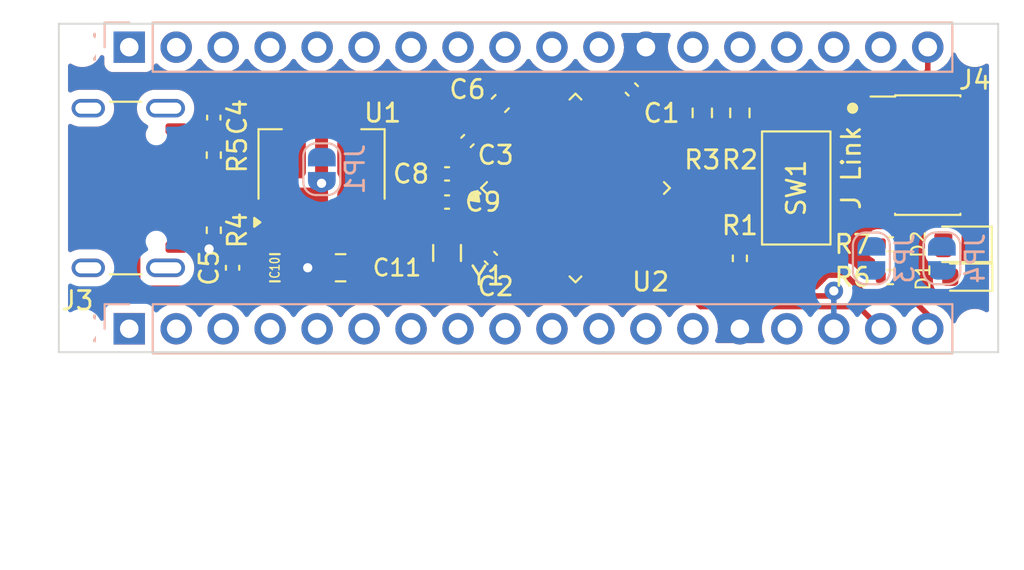
<source format=kicad_pcb>
(kicad_pcb (version 20240108) (generator "pcbnew") (generator_version "8.0")
  (title_block (date "sam. 04 avril 2015"))
  (layers (0 "F.Cu" signal) (31 "B.Cu" signal) (34 "B.Paste" user) (35 "F.Paste" user) (36 "B.SilkS" user "B.Silkscreen") (37 "F.SilkS" user "F.Silkscreen") (38 "B.Mask" user) (39 "F.Mask" user) (44 "Edge.Cuts" user))
  (net 0 "")
  (net 1 "GND")
  (net 2 "+5V")
  (net 3 "+3V3")
  (net 4 "+3.3V")
  (net 5 "Net-(U2-VDDCORE)")
  (net 6 "XIN")
  (net 7 "XOUT")
  (net 8 "Net-(D1-A)")
  (net 9 "Net-(D2-A)")
  (net 10 "A5")
  (net 11 "SCK")
  (net 12 "A7")
  (net 13 "MISO")
  (net 14 "A0")
  (net 15 "A4")
  (net 16 "RST")
  (net 17 "AREF")
  (net 18 "A3")
  (net 19 "MOSI")
  (net 20 "A1")
  (net 21 "A2")
  (net 22 "D13")
  (net 23 "A6")
  (net 24 "D3")
  (net 25 "D7")
  (net 26 "D6")
  (net 27 "D8")
  (net 28 "D10")
  (net 29 "SCL")
  (net 30 "D5")
  (net 31 "CS")
  (net 32 "D12")
  (net 33 "DO")
  (net 34 "D1")
  (net 35 "D11")
  (net 36 "D2")
  (net 37 "SDA")
  (net 38 "D9")
  (net 39 "D4")
  (net 41 "D+")
  (net 42 "Net-(J3-CC2)")
  (net 43 "D-")
  (net 44 "Net-(J3-CC1)")
  (net 48 "SWDIO")
  (net 49 "SWCLK")
  (net 53 "13")
  (net 54 "Net-(JP3-A)")
  (net 55 "Net-(JP4-A)")
  (net 61 "D0")
  (net 63 "Net-(JP1-A)")
  (footprint "Resistor_SMD:R_0402_1005Metric" (layer "F.Cu") (at 108.382 89.332 -90)
    (property "Reference" "R5" (at 0 -1.27 90) (layer "F.SilkS"))
    (property "Value" "5.1 K")
    (fp_line (start -0.153641 0.38) (end 0.153641 0.38) (stroke (width 0.12)) (layer "F.SilkS"))
    (fp_line (start -0.153641 -0.38) (end 0.153641 -0.38) (stroke (width 0.12)) (layer "F.SilkS"))
    (pad "1" smd roundrect (at -0.51 0 270) (size 0.54 0.64) (layers "F.Cu" "F.Paste" "F.Mask") (net 44 "Net-(J3-CC1)"))
    (pad "2" smd roundrect (at 0.51 0 270) (size 0.54 0.64) (layers "F.Cu" "F.Paste" "F.Mask") (net 1 "GND"))
  )
  (footprint "LED_SMD:LED_0603_1608Metric" (layer "F.Cu") (at 148.9965 95.936 180)
    (property "Reference" "D1" (at 2.2605 0 -90) (layer "F.SilkS") (effects (font (size 0.75 0.75) (thickness 0.11))))
    (property "Value" "LED")
    (fp_line (start 0.8 -0.735) (end -1.485 -0.735) (stroke (width 0.12)) (layer "F.SilkS"))
    (fp_line (start -1.485 0.735) (end 0.8 0.735) (stroke (width 0.12)) (layer "F.SilkS"))
    (fp_line (start -1.485 -0.735) (end -1.485 0.735) (stroke (width 0.12)) (layer "F.SilkS"))
    (pad "1" smd roundrect (at -0.7875 0 180) (size 0.875 0.95) (layers "F.Cu" "F.Paste" "F.Mask") (net 1 "GND"))
    (pad "2" smd roundrect (at 0.7875 0 180) (size 0.875 0.95) (layers "F.Cu" "F.Paste" "F.Mask") (net 8 "Net-(D1-A)"))
  )
  (footprint "Arduino_MountingHole:MountingHole_65mil" (layer "F.Cu") (at 101.27 83.49)
    (property "Reference" "MH2" (hide yes))
    (property "Value" "MountingHole_65mil" (hide yes))
    (pad "" np_thru_hole circle (at 0 0) (size 1.651 1.651) (drill 1.651) (layers "F&B.Cu" "*.Mask"))
  )
  (footprint "LED_SMD:LED_0805_2012Metric" (layer "F.Cu") (at 148.768 94.158 180)
    (property "Reference" "D2" (at 2.286 0 -90) (layer "F.SilkS") (effects (font (size 0.75 0.75) (thickness 0.11))))
    (property "Value" "PWR_LED")
    (fp_line (start 1 -0.96) (end -1.685 -0.96) (stroke (width 0.12)) (layer "F.SilkS"))
    (fp_line (start -1.685 0.96) (end 1 0.96) (stroke (width 0.12)) (layer "F.SilkS"))
    (fp_line (start -1.685 -0.96) (end -1.685 0.96) (stroke (width 0.12)) (layer "F.SilkS"))
    (pad "1" smd roundrect (at -0.9375 0 180) (size 0.975 1.4) (layers "F.Cu" "F.Paste" "F.Mask") (net 1 "GND"))
    (pad "2" smd roundrect (at 0.9375 0 180) (size 0.975 1.4) (layers "F.Cu" "F.Paste" "F.Mask") (net 9 "Net-(D2-A)"))
  )
  (footprint "Capacitor_SMD:C_0805_2012Metric" (layer "F.Cu") (at 115.24 95.428 180)
    (property "Reference" "C11" (at -3.048 0 180) (layer "F.SilkS") (effects (font (size 0.9 0.9) (thickness 0.14))))
    (property "Value" "10 uF")
    (fp_line (start -0.261252 0.735) (end 0.261252 0.735) (stroke (width 0.12)) (layer "F.SilkS"))
    (fp_line (start -0.261252 -0.735) (end 0.261252 -0.735) (stroke (width 0.12)) (layer "F.SilkS"))
    (pad "1" smd roundrect (at -0.95 0 180) (size 1 1.45) (layers "F.Cu" "F.Paste" "F.Mask") (net 2 "+5V"))
    (pad "2" smd roundrect (at 0.95 0 180) (size 1 1.45) (layers "F.Cu" "F.Paste" "F.Mask") (net 1 "GND"))
  )
  (footprint "Capacitor_SMD:C_0402_1005Metric" (layer "F.Cu") (at 120.9966 91.872)
    (property "Reference" "C9" (at 1.946589 0 360) (layer "F.SilkS"))
    (property "Value" "22 pF")
    (fp_line (start -0.107836 -0.36) (end 0.107836 -0.36) (stroke (width 0.12)) (layer "F.SilkS"))
    (fp_line (start -0.107836 0.36) (end 0.107836 0.36) (stroke (width 0.12)) (layer "F.SilkS"))
    (pad "1" smd roundrect (at -0.48 0) (size 0.56 0.62) (layers "F.Cu" "F.Paste" "F.Mask") (net 7 "XOUT"))
    (pad "2" smd roundrect (at 0.48 0) (size 0.56 0.62) (layers "F.Cu" "F.Paste" "F.Mask") (net 1 "GND"))
  )
  (footprint "Resistor_SMD:R_0603_1608Metric" (layer "F.Cu") (at 134.798 87.046 -90)
    (property "Reference" "R3" (at 2.54 0 180) (layer "F.SilkS"))
    (property "Value" "1.8 K")
    (fp_line (start -0.237258 0.5225) (end 0.237258 0.5225) (stroke (width 0.12)) (layer "F.SilkS"))
    (fp_line (start -0.237258 -0.5225) (end 0.237258 -0.5225) (stroke (width 0.12)) (layer "F.SilkS"))
    (pad "1" smd roundrect (at -0.825 0 270) (size 0.8 0.95) (layers "F.Cu" "F.Paste" "F.Mask") (net 37 "SDA"))
    (pad "2" smd roundrect (at 0.825 0 270) (size 0.8 0.95) (layers "F.Cu" "F.Paste" "F.Mask") (net 4 "+3.3V"))
  )
  (footprint "Package_TO_SOT_SMD:SOT-223-3_TabPin2" (layer "F.Cu") (at 114.21 89.84 90)
    (property "Reference" "U1" (at 2.794 3.302 180) (layer "F.SilkS"))
    (property "Value" "AMS1117-3.3")
    (fp_line (start 1.91 -3.41) (end 1.91 -2.15) (stroke (width 0.12)) (layer "F.SilkS"))
    (fp_line (start -1.85 -3.41) (end 1.91 -3.41) (stroke (width 0.12)) (layer "F.SilkS"))
    (fp_line (start 1.91 3.41) (end 1.91 2.15) (stroke (width 0.12)) (layer "F.SilkS"))
    (fp_line (start -1.85 3.41) (end 1.91 3.41) (stroke (width 0.12)) (layer "F.SilkS"))
    (fp_poly (pts (xy -3.13 -3.31) (xy -3.37 -3.64) (xy -2.89 -3.64) (xy -3.13 -3.31)) (stroke (width 0.12)) (fill solid) (layer "F.SilkS"))
    (pad "1" smd roundrect (at -3.15 -2.3 90) (size 2 1.5) (layers "F.Cu" "F.Paste" "F.Mask") (net 1 "GND"))
    (pad "2" smd roundrect (at -3.15 0 90) (size 2 1.5) (layers "F.Cu" "F.Paste" "F.Mask") (net 63 "Net-(JP1-A)"))
    (pad "2" smd roundrect (at 3.15 0 90) (size 2 3.8) (layers "F.Cu" "F.Paste" "F.Mask") (net 63 "Net-(JP1-A)"))
    (pad "3" smd roundrect (at -3.15 2.3 90) (size 2 1.5) (layers "F.Cu" "F.Paste" "F.Mask") (net 2 "+5V"))
  )
  (footprint "Capacitor_SMD:C_0402_1005Metric" (layer "F.Cu") (at 130.988 85.776 -45)
    (property "Reference" "C1" (at 2.048222 -0.227829 0) (layer "F.SilkS"))
    (property "Value" "100 nF")
    (fp_line (start -0.107836 0.36) (end 0.107836 0.36) (stroke (width 0.12)) (layer "F.SilkS"))
    (fp_line (start -0.107836 -0.36) (end 0.107836 -0.36) (stroke (width 0.12)) (layer "F.SilkS"))
    (pad "1" smd roundrect (at -0.48 0 315) (size 0.56 0.62) (layers "F.Cu" "F.Paste" "F.Mask") (net 4 "+3.3V"))
    (pad "2" smd roundrect (at 0.48 0 315) (size 0.56 0.62) (layers "F.Cu" "F.Paste" "F.Mask") (net 1 "GND"))
  )
  (footprint "Capacitor_SMD:C_0402_1005Metric" (layer "F.Cu") (at 109.398 95.428 -90)
    (property "Reference" "C5" (at 0 1.27 90) (layer "F.SilkS"))
    (property "Value" "100 nF")
    (fp_line (start -0.107836 0.36) (end 0.107836 0.36) (stroke (width 0.12)) (layer "F.SilkS"))
    (fp_line (start -0.107836 -0.36) (end 0.107836 -0.36) (stroke (width 0.12)) (layer "F.SilkS"))
    (pad "1" smd roundrect (at -0.48 0 270) (size 0.56 0.62) (layers "F.Cu" "F.Paste" "F.Mask") (net 63 "Net-(JP1-A)"))
    (pad "2" smd roundrect (at 0.48 0 270) (size 0.56 0.62) (layers "F.Cu" "F.Paste" "F.Mask") (net 1 "GND"))
  )
  (footprint "Arduino_MountingHole:MountingHole_65mil" (layer "F.Cu") (at 149.53 98.73)
    (property "Reference" "MH4" (hide yes))
    (property "Value" "MountingHole_65mil" (hide yes))
    (pad "" np_thru_hole circle (at 0 0) (size 1.651 1.651) (drill 1.651) (layers "F&B.Cu" "*.Mask"))
  )
  (footprint "Resistor_SMD:R_0402_1005Metric" (layer "F.Cu") (at 144.958 95.936 180)
    (property "Reference" "R6" (at 2.032 0 180) (layer "F.SilkS"))
    (property "Value" "1 K")
    (fp_line (start -0.153641 0.38) (end 0.153641 0.38) (stroke (width 0.12)) (layer "F.SilkS"))
    (fp_line (start -0.153641 -0.38) (end 0.153641 -0.38) (stroke (width 0.12)) (layer "F.SilkS"))
    (pad "1" smd roundrect (at -0.51 0 180) (size 0.54 0.64) (layers "F.Cu" "F.Paste" "F.Mask") (net 8 "Net-(D1-A)"))
    (pad "2" smd roundrect (at 0.51 0 180) (size 0.54 0.64) (layers "F.Cu" "F.Paste" "F.Mask") (net 54 "Net-(JP3-A)"))
  )
  (footprint "Resistor_SMD:R_0402_1005Metric" (layer "F.Cu") (at 144.958 94.158 180)
    (property "Reference" "R7" (at 2.032 0 180) (layer "F.SilkS"))
    (property "Value" "1 K")
    (fp_line (start -0.153641 0.38) (end 0.153641 0.38) (stroke (width 0.12)) (layer "F.SilkS"))
    (fp_line (start -0.153641 -0.38) (end 0.153641 -0.38) (stroke (width 0.12)) (layer "F.SilkS"))
    (pad "1" smd roundrect (at -0.51 0 180) (size 0.54 0.64) (layers "F.Cu" "F.Paste" "F.Mask") (net 9 "Net-(D2-A)"))
    (pad "2" smd roundrect (at 0.51 0 180) (size 0.54 0.64) (layers "F.Cu" "F.Paste" "F.Mask") (net 55 "Net-(JP4-A)"))
  )
  (footprint "Capacitor_SMD:C_0402_1005Metric" (layer "F.Cu") (at 122.098 88.57 45)
    (property "Reference" "C3" (at 0.538815 1.616446 360) (layer "F.SilkS"))
    (property "Value" "100 nF")
    (fp_line (start -0.107836 -0.36) (end 0.107836 -0.36) (stroke (width 0.12)) (layer "F.SilkS"))
    (fp_line (start -0.107836 0.36) (end 0.107836 0.36) (stroke (width 0.12)) (layer "F.SilkS"))
    (pad "1" smd roundrect (at -0.48 0 45) (size 0.56 0.62) (layers "F.Cu" "F.Paste" "F.Mask") (net 1 "GND"))
    (pad "2" smd roundrect (at 0.48 0 45) (size 0.56 0.62) (layers "F.Cu" "F.Paste" "F.Mask") (net 4 "+3.3V"))
  )
  (footprint "Resistor_SMD:R_0402_1005Metric" (layer "F.Cu") (at 136.83 94.92 90)
    (property "Reference" "R1" (at 1.778 0 0) (layer "F.SilkS"))
    (property "Value" "220")
    (fp_line (start -0.153641 -0.38) (end 0.153641 -0.38) (stroke (width 0.12)) (layer "F.SilkS"))
    (fp_line (start -0.153641 0.38) (end 0.153641 0.38) (stroke (width 0.12)) (layer "F.SilkS"))
    (pad "1" smd roundrect (at -0.51 0 90) (size 0.54 0.64) (layers "F.Cu" "F.Paste" "F.Mask") (net 4 "+3.3V"))
    (pad "2" smd roundrect (at 0.51 0 90) (size 0.54 0.64) (layers "F.Cu" "F.Paste" "F.Mask") (net 16 "RST"))
  )
  (footprint "Resistor_SMD:R_0603_1608Metric" (layer "F.Cu") (at 136.83 87.046 -90)
    (property "Reference" "R2" (at 2.54 0 180) (layer "F.SilkS"))
    (property "Value" "1.8 K")
    (fp_line (start -0.237258 0.5225) (end 0.237258 0.5225) (stroke (width 0.12)) (layer "F.SilkS"))
    (fp_line (start -0.237258 -0.5225) (end 0.237258 -0.5225) (stroke (width 0.12)) (layer "F.SilkS"))
    (pad "1" smd roundrect (at -0.825 0 270) (size 0.8 0.95) (layers "F.Cu" "F.Paste" "F.Mask") (net 29 "SCL"))
    (pad "2" smd roundrect (at 0.825 0 270) (size 0.8 0.95) (layers "F.Cu" "F.Paste" "F.Mask") (net 4 "+3.3V"))
  )
  (footprint "Capacitor_SMD:C_0402_1005Metric" (layer "F.Cu") (at 108.382 87.3 90)
    (property "Reference" "C4" (at 0.028 1.27 90) (layer "F.SilkS"))
    (property "Value" "100 nF")
    (fp_line (start -0.107836 -0.36) (end 0.107836 -0.36) (stroke (width 0.12)) (layer "F.SilkS"))
    (fp_line (start -0.107836 0.36) (end 0.107836 0.36) (stroke (width 0.12)) (layer "F.SilkS"))
    (pad "1" smd roundrect (at -0.48 0 90) (size 0.56 0.62) (layers "F.Cu" "F.Paste" "F.Mask") (net 2 "+5V"))
    (pad "2" smd roundrect (at 0.48 0 90) (size 0.56 0.62) (layers "F.Cu" "F.Paste" "F.Mask") (net 1 "GND"))
  )
  (footprint "Arduino_MountingHole:MountingHole_65mil" (layer "F.Cu") (at 101.27 98.73)
    (property "Reference" "MH1" (hide yes))
    (property "Value" "MountingHole_65mil" (hide yes))
    (pad "" np_thru_hole circle (at 0 0) (size 1.651 1.651) (drill 1.651) (layers "F&B.Cu" "*.Mask"))
  )
  (footprint "Button_Switch_SMD:SW_SPST_CK_RS282G05A3" (layer "F.Cu") (at 139.878 91.11 90)
    (property "Reference" "SW1" (at 0 0 -90) (layer "F.SilkS"))
    (property "Value" "RESET")
    (fp_line (start 3.06 -1.85) (end 3.06 1.85) (stroke (width 0.12)) (layer "F.SilkS"))
    (fp_line (start -3.06 -1.85) (end 3.06 -1.85) (stroke (width 0.12)) (layer "F.SilkS"))
    (fp_line (start 3.06 1.85) (end -3.06 1.85) (stroke (width 0.12)) (layer "F.SilkS"))
    (fp_line (start -3.06 1.85) (end -3.06 -1.85) (stroke (width 0.12)) (layer "F.SilkS"))
    (pad "1" smd rect (at -3.9 0 90) (size 1.5 1.5) (layers "F.Cu" "F.Paste" "F.Mask") (net 1 "GND"))
    (pad "2" smd rect (at 3.9 0 90) (size 1.5 1.5) (layers "F.Cu" "F.Paste" "F.Mask") (net 16 "RST"))
  )
  (footprint "Capacitor_SMD:C_0402_1005Metric" (layer "F.Cu") (at 123.368 94.9028 135)
    (property "Reference" "C2" (at -1.269407 -0.910196 0) (layer "F.SilkS"))
    (property "Value" "100 nF")
    (fp_line (start -0.107836 -0.36) (end 0.107836 -0.36) (stroke (width 0.12)) (layer "F.SilkS"))
    (fp_line (start -0.107836 0.36) (end 0.107836 0.36) (stroke (width 0.12)) (layer "F.SilkS"))
    (pad "1" smd roundrect (at -0.48 0 135) (size 0.56 0.62) (layers "F.Cu" "F.Paste" "F.Mask") (net 4 "+3.3V"))
    (pad "2" smd roundrect (at 0.48 0 135) (size 0.56 0.62) (layers "F.Cu" "F.Paste" "F.Mask") (net 1 "GND"))
  )
  (footprint "Resistor_SMD:R_0402_1005Metric" (layer "F.Cu") (at 108.382 93.396 -90)
    (property "Reference" "R4" (at 0 -1.27 90) (layer "F.SilkS"))
    (property "Value" "5.1 K")
    (fp_line (start -0.153641 0.38) (end 0.153641 0.38) (stroke (width 0.12)) (layer "F.SilkS"))
    (fp_line (start -0.153641 -0.38) (end 0.153641 -0.38) (stroke (width 0.12)) (layer "F.SilkS"))
    (pad "1" smd roundrect (at -0.51 0 270) (size 0.54 0.64) (layers "F.Cu" "F.Paste" "F.Mask") (net 42 "Net-(J3-CC2)"))
    (pad "2" smd roundrect (at 0.51 0 270) (size 0.54 0.64) (layers "F.Cu" "F.Paste" "F.Mask") (net 1 "GND"))
  )
  (footprint "CM7V-T1A-32.768K-12.5PF-20PPM-TA-QA:XTAL_CM7V-T1A-32.768K-12.5PF-20PPM-TA-QA" (layer "F.Cu") (at 120.9966 94.6288 -90)
    (property "Reference" "Y1" (at 1.232788 -2.200589 180) (layer "F.SilkS"))
    (property "Value" "32.768 kHz")
    (fp_line (start -0.43 0.75) (end 0.43 0.75) (stroke (width 0.127)) (layer "F.SilkS"))
    (fp_line (start -0.43 -0.75) (end 0.43 -0.75) (stroke (width 0.127)) (layer "F.SilkS"))
    (pad "1" smd rect (at -1.25 0 270) (size 1 1.8) (layers "F.Cu" "F.Paste" "F.Mask") (net 6 "XIN"))
    (pad "2" smd rect (at 1.25 0 270) (size 1 1.8) (layers "F.Cu" "F.Paste" "F.Mask") (net 7 "XOUT"))
  )
  (footprint "Connector_PinHeader_1.27mm:PinHeader_2x05_P1.27mm_Vertical_SMD" (layer "F.Cu") (at 146.99 89.332)
    (property "Reference" "J4" (at 2.54 -4.064 180) (layer "F.SilkS"))
    (property "Value" "J Link")
    (fp_line (start -3.09 -3.17) (end -1.765 -3.17) (stroke (width 0.12)) (layer "F.SilkS"))
    (fp_line (start -1.765 -3.235) (end -1.765 -3.17) (stroke (width 0.12)) (layer "F.SilkS"))
    (fp_line (start -1.765 -3.235) (end 1.765 -3.235) (stroke (width 0.12)) (layer "F.SilkS"))
    (fp_line (start -1.765 3.17) (end -1.765 3.235) (stroke (width 0.12)) (layer "F.SilkS"))
    (fp_line (start -1.765 3.235) (end 1.765 3.235) (stroke (width 0.12)) (layer "F.SilkS"))
    (fp_line (start 1.765 -3.235) (end 1.765 -3.17) (stroke (width 0.12)) (layer "F.SilkS"))
    (fp_line (start 1.765 3.17) (end 1.765 3.235) (stroke (width 0.12)) (layer "F.SilkS"))
    (pad "1" smd rect (at -1.95 -2.54) (size 2.4 0.74) (layers "F.Cu" "F.Paste" "F.Mask") (net 4 "+3.3V"))
    (pad "2" smd rect (at 1.95 -2.54) (size 2.4 0.74) (layers "F.Cu" "F.Paste" "F.Mask") (net 48 "SWDIO"))
    (pad "3" smd rect (at -1.95 -1.27) (size 2.4 0.74) (layers "F.Cu" "F.Paste" "F.Mask") (net 1 "GND"))
    (pad "4" smd rect (at 1.95 -1.27) (size 2.4 0.74) (layers "F.Cu" "F.Paste" "F.Mask") (net 49 "SWCLK"))
    (pad "5" smd rect (at -1.95 0) (size 2.4 0.74) (layers "F.Cu" "F.Paste" "F.Mask") (net 1 "GND"))
    (pad "6" smd rect (at 1.95 0) (size 2.4 0.74) (layers "F.Cu" "F.Paste" "F.Mask"))
    (pad "7" smd rect (at -1.95 1.27) (size 2.4 0.74) (layers "F.Cu" "F.Paste" "F.Mask"))
    (pad "8" smd rect (at 1.95 1.27) (size 2.4 0.74) (layers "F.Cu" "F.Paste" "F.Mask"))
    (pad "9" smd rect (at -1.95 2.54) (size 2.4 0.74) (layers "F.Cu" "F.Paste" "F.Mask"))
    (pad "10" smd rect (at 1.95 2.54) (size 2.4 0.74) (layers "F.Cu" "F.Paste" "F.Mask") (net 16 "RST"))
  )
  (footprint "Connector_USB:USB_C_Receptacle_GCT_USB4105-xx-A_16P_TopMnt_Horizontal" (layer "F.Cu") (at 102.67 91.112 -90)
    (property "Reference" "J3" (at 6.094 1.654 0) (layer "F.SilkS"))
    (property "Value" "USB-C")
    (fp_line (start -4.67 -0.1) (end -4.67 -1.8) (stroke (width 0.12)) (layer "F.SilkS"))
    (fp_line (start 4.67 -0.1) (end 4.67 -1.8) (stroke (width 0.12)) (layer "F.SilkS"))
    (pad "" np_thru_hole circle (at -2.89 -2.605 270) (size 0.65 0.65) (drill 0.65) (layers "F&B.Cu" "*.Mask"))
    (pad "" np_thru_hole circle (at 2.89 -2.605 270) (size 0.65 0.65) (drill 0.65) (layers "F&B.Cu" "*.Mask"))
    (pad "A1" smd roundrect (at -3.2 -3.68 270) (size 0.6 1.15) (layers "F.Cu" "F.Paste" "F.Mask") (net 1 "GND"))
    (pad "A4" smd roundrect (at -2.4 -3.68 270) (size 0.6 1.15) (layers "F.Cu" "F.Paste" "F.Mask") (net 2 "+5V"))
    (pad "A5" smd roundrect (at -1.25 -3.68 270) (size 0.3 1.15) (layers "F.Cu" "F.Paste" "F.Mask") (net 44 "Net-(J3-CC1)"))
    (pad "A6" smd roundrect (at -0.25 -3.68 270) (size 0.3 1.15) (layers "F.Cu" "F.Paste" "F.Mask") (net 41 "D+"))
    (pad "A7" smd roundrect (at 0.25 -3.68 270) (size 0.3 1.15) (layers "F.Cu" "F.Paste" "F.Mask") (net 43 "D-"))
    (pad "A8" smd roundrect (at 1.25 -3.68 270) (size 0.3 1.15) (layers "F.Cu" "F.Paste" "F.Mask"))
    (pad "A9" smd roundrect (at 2.4 -3.68 270) (size 0.6 1.15) (layers "F.Cu" "F.Paste" "F.Mask") (net 2 "+5V"))
    (pad "A12" smd roundrect (at 3.2 -3.68 270) (size 0.6 1.15) (layers "F.Cu" "F.Paste" "F.Mask") (net 1 "GND"))
    (pad "B1" smd roundrect (at 3.2 -3.68 270) (size 0.6 1.15) (layers "F.Cu" "F.Paste" "F.Mask") (net 1 "GND"))
    (pad "B4" smd roundrect (at 2.4 -3.68 270) (size 0.6 1.15) (layers "F.Cu" "F.Paste" "F.Mask") (net 2 "+5V"))
    (pad "B5" smd roundrect (at 1.75 -3.68 270) (size 0.3 1.15) (layers "F.Cu" "F.Paste" "F.Mask") (net 42 "Net-(J3-CC2)"))
    (pad "B6" smd roundrect (at 0.75 -3.68 270) (size 0.3 1.15) (layers "F.Cu" "F.Paste" "F.Mask") (net 41 "D+"))
    (pad "B7" smd roundrect (at -0.75 -3.68 270) (size 0.3 1.15) (layers "F.Cu" "F.Paste" "F.Mask") (net 43 "D-"))
    (pad "B8" smd roundrect (at -1.75 -3.68 270) (size 0.3 1.15) (layers "F.Cu" "F.Paste" "F.Mask"))
    (pad "B9" smd roundrect (at -2.4 -3.68 270) (size 0.6 1.15) (layers "F.Cu" "F.Paste" "F.Mask") (net 2 "+5V"))
    (pad "B12" smd roundrect (at -3.2 -3.68 270) (size 0.6 1.15) (layers "F.Cu" "F.Paste" "F.Mask") (net 1 "GND"))
    (pad "S1" thru_hole oval (at -4.32 -3.105 270) (size 1 2.1) (drill oval 0.6 1.7) (layers "*.Cu" "*.Mask" "F.Paste"))
    (pad "S1" thru_hole oval (at -4.32 1.075 270) (size 1 1.8) (drill oval 0.6 1.4) (layers "*.Cu" "*.Mask" "F.Paste"))
    (pad "S1" thru_hole oval (at 4.32 -3.105 270) (size 1 2.1) (drill oval 0.6 1.7) (layers "*.Cu" "*.Mask" "F.Paste"))
    (pad "S1" thru_hole oval (at 4.32 1.075 270) (size 1 1.8) (drill oval 0.6 1.4) (layers "*.Cu" "*.Mask" "F.Paste"))
  )
  (footprint "Capacitor_SMD:C_0402_1005Metric" (layer "F.Cu") (at 120.9966 90.348 180)
    (property "Reference" "C8" (at 1.946589 0 180) (layer "F.SilkS"))
    (property "Value" "22 pF")
    (fp_line (start -0.107836 0.36) (end 0.107836 0.36) (stroke (width 0.12)) (layer "F.SilkS"))
    (fp_line (start -0.107836 -0.36) (end 0.107836 -0.36) (stroke (width 0.12)) (layer "F.SilkS"))
    (pad "1" smd roundrect (at -0.48 0 180) (size 0.56 0.62) (layers "F.Cu" "F.Paste" "F.Mask") (net 6 "XIN"))
    (pad "2" smd roundrect (at 0.48 0 180) (size 0.56 0.62) (layers "F.Cu" "F.Paste" "F.Mask") (net 1 "GND"))
  )
  (footprint "Capacitor_SMD:C_0805_2012Metric" (layer "F.Cu") (at 111.684 95.428)
    (property "Reference" "C10" (at 0 0 90) (layer "F.SilkS") (effects (font (size 0.5 0.4) (thickness 0.075))))
    (property "Value" "10 uF")
    (fp_line (start -0.261252 -0.735) (end 0.261252 -0.735) (stroke (width 0.12)) (layer "F.SilkS"))
    (fp_line (start -0.261252 0.735) (end 0.261252 0.735) (stroke (width 0.12)) (layer "F.SilkS"))
    (pad "1" smd roundrect (at -0.95 0) (size 1 1.45) (layers "F.Cu" "F.Paste" "F.Mask") (net 63 "Net-(JP1-A)"))
    (pad "2" smd roundrect (at 0.95 0) (size 1 1.45) (layers "F.Cu" "F.Paste" "F.Mask") (net 1 "GND"))
  )
  (footprint "Arduino_MountingHole:MountingHole_65mil" (layer "F.Cu") (at 149.53 83.49)
    (property "Reference" "MH3" (hide yes))
    (property "Value" "MountingHole_65mil" (hide yes))
    (pad "" np_thru_hole circle (at 0 0) (size 1.651 1.651) (drill 1.651) (layers "F&B.Cu" "*.Mask"))
  )
  (footprint "Package_QFP:TQFP-48_7x7mm_P0.5mm" (layer "F.Cu") (at 127.94 91.11 45)
    (property "Reference" "U2" (at -0.71842 6.465784 0) (layer "F.SilkS"))
    (property "Value" "ATSAMD21G18A-A")
    (fp_line (start -3.61 -3.61) (end -3.61 -3.16) (stroke (width 0.12)) (layer "F.SilkS"))
    (fp_line (start -3.16 -3.61) (end -3.61 -3.61) (stroke (width 0.12)) (layer "F.SilkS"))
    (fp_line (start 3.16 -3.61) (end 3.61 -3.61) (stroke (width 0.12)) (layer "F.SilkS"))
    (fp_line (start 3.61 -3.61) (end 3.61 -3.16) (stroke (width 0.12)) (layer "F.SilkS"))
    (fp_line (start -3.61 3.61) (end -3.61 3.16) (stroke (width 0.12)) (layer "F.SilkS"))
    (fp_line (start -3.16 3.61) (end -3.61 3.61) (stroke (width 0.12)) (layer "F.SilkS"))
    (fp_line (start 3.16 3.61) (end 3.61 3.61) (stroke (width 0.12)) (layer "F.SilkS"))
    (fp_line (start 3.61 3.61) (end 3.61 3.16) (stroke (width 0.12)) (layer "F.SilkS"))
    (fp_poly (pts (xy -4.2 -3.16) (xy -4.54 -3.63) (xy -3.86 -3.63) (xy -4.2 -3.16)) (stroke (width 0.12)) (fill solid) (layer "F.SilkS"))
    (pad "1" smd roundrect (at -4.1625 -2.75 45) (size 1.475 0.3) (layers "F.Cu" "F.Paste" "F.Mask") (net 6 "XIN"))
    (pad "2" smd roundrect (at -4.1625 -2.25 45) (size 1.475 0.3) (layers "F.Cu" "F.Paste" "F.Mask") (net 7 "XOUT"))
    (pad "3" smd roundrect (at -4.1625 -1.75 45) (size 1.475 0.3) (layers "F.Cu" "F.Paste" "F.Mask") (net 14 "A0"))
    (pad "4" smd roundrect (at -4.1625 -1.249999 45) (size 1.475 0.3) (layers "F.Cu" "F.Paste" "F.Mask") (net 17 "AREF"))
    (pad "5" smd roundrect (at -4.1625 -0.75 45) (size 1.475 0.3) (layers "F.Cu" "F.Paste" "F.Mask") (net 1 "GND"))
    (pad "6" smd roundrect (at -4.1625 -0.25 45) (size 1.475 0.3) (layers "F.Cu" "F.Paste" "F.Mask") (net 4 "+3.3V"))
    (pad "7" smd roundrect (at -4.1625 0.25 45) (size 1.475 0.3) (layers "F.Cu" "F.Paste" "F.Mask") (net 20 "A1"))
    (pad "8" smd roundrect (at -4.1625 0.75 45) (size 1.475 0.3) (layers "F.Cu" "F.Paste" "F.Mask") (net 21 "A2"))
    (pad "9" smd roundrect (at -4.1625 1.249999 45) (size 1.475 0.3) (layers "F.Cu" "F.Paste" "F.Mask") (net 18 "A3"))
    (pad "10" smd roundrect (at -4.1625 1.75 45) (size 1.475 0.3) (layers "F.Cu" "F.Paste" "F.Mask"))
    (pad "11" smd roundrect (at -4.1625 2.25 45) (size 1.475 0.3) (layers "F.Cu" "F.Paste" "F.Mask") (net 27 "D8"))
    (pad "12" smd roundrect (at -4.1625 2.75 45) (size 1.475 0.3) (layers "F.Cu" "F.Paste" "F.Mask") (net 38 "D9"))
    (pad "13" smd roundrect (at -2.75 4.1625 45) (size 0.3 1.475) (layers "F.Cu" "F.Paste" "F.Mask") (net 39 "D4"))
    (pad "14" smd roundrect (at -2.25 4.1625 45) (size 0.3 1.475) (layers "F.Cu" "F.Paste" "F.Mask") (net 24 "D3"))
    (pad "15" smd roundrect (at -1.75 4.1625 45) (size 0.3 1.475) (layers "F.Cu" "F.Paste" "F.Mask") (net 34 "D1"))
    (pad "16" smd roundrect (at -1.249999 4.1625 45) (size 0.3 1.475) (layers "F.Cu" "F.Paste" "F.Mask") (net 61 "D0"))
    (pad "17" smd roundrect (at -0.75 4.1625 45) (size 0.3 1.475) (layers "F.Cu" "F.Paste" "F.Mask") (net 4 "+3.3V"))
    (pad "18" smd roundrect (at -0.25 4.1625 45) (size 0.3 1.475) (layers "F.Cu" "F.Paste" "F.Mask") (net 1 "GND"))
    (pad "19" smd roundrect (at 0.25 4.1625 45) (size 0.3 1.475) (layers "F.Cu" "F.Paste" "F.Mask") (net 19 "MOSI"))
    (pad "20" smd roundrect (at 0.75 4.1625 45) (size 0.3 1.475) (layers "F.Cu" "F.Paste" "F.Mask") (net 11 "SCK"))
    (pad "21" smd roundrect (at 1.249999 4.1625 45) (size 0.3 1.475) (layers "F.Cu" "F.Paste" "F.Mask") (net 13 "MISO"))
    (pad "22" smd roundrect (at 1.75 4.1625 45) (size 0.3 1.475) (layers "F.Cu" "F.Paste" "F.Mask") (net 31 "CS"))
    (pad "23" smd roundrect (at 2.25 4.1625 45) (size 0.3 1.475) (layers "F.Cu" "F.Paste" "F.Mask") (net 36 "D2"))
    (pad "24" smd roundrect (at 2.75 4.1625 45) (size 0.3 1.475) (layers "F.Cu" "F.Paste" "F.Mask") (net 30 "D5"))
    (pad "25" smd roundrect (at 4.1625 2.75 45) (size 1.475 0.3) (layers "F.Cu" "F.Paste" "F.Mask") (net 35 "D11"))
    (pad "26" smd roundrect (at 4.1625 2.25 45) (size 1.475 0.3) (layers "F.Cu" "F.Paste" "F.Mask") (net 22 "D13"))
    (pad "27" smd roundrect (at 4.1625 1.75 45) (size 1.475 0.3) (layers "F.Cu" "F.Paste" "F.Mask") (net 28 "D10"))
    (pad "28" smd roundrect (at 4.1625 1.249999 45) (size 1.475 0.3) (layers "F.Cu" "F.Paste" "F.Mask") (net 32 "D12"))
    (pad "29" smd roundrect (at 4.1625 0.75 45) (size 1.475 0.3) (layers "F.Cu" "F.Paste" "F.Mask") (net 26 "D6"))
    (pad "30" smd roundrect (at 4.1625 0.25 45) (size 1.475 0.3) (layers "F.Cu" "F.Paste" "F.Mask") (net 25 "D7"))
    (pad "31" smd roundrect (at 4.1625 -0.25 45) (size 1.475 0.3) (layers "F.Cu" "F.Paste" "F.Mask") (net 37 "SDA"))
    (pad "32" smd roundrect (at 4.1625 -0.75 45) (size 1.475 0.3) (layers "F.Cu" "F.Paste" "F.Mask") (net 29 "SCL"))
    (pad "33" smd roundrect (at 4.1625 -1.249999 45) (size 1.475 0.3) (layers "F.Cu" "F.Paste" "F.Mask") (net 43 "D-"))
    (pad "34" smd roundrect (at 4.1625 -1.75 45) (size 1.475 0.3) (layers "F.Cu" "F.Paste" "F.Mask") (net 41 "D+"))
    (pad "35" smd roundrect (at 4.1625 -2.25 45) (size 1.475 0.3) (layers "F.Cu" "F.Paste" "F.Mask") (net 1 "GND"))
    (pad "36" smd roundrect (at 4.1625 -2.75 45) (size 1.475 0.3) (layers "F.Cu" "F.Paste" "F.Mask") (net 4 "+3.3V"))
    (pad "37" smd roundrect (at 2.75 -4.1625 45) (size 0.3 1.475) (layers "F.Cu" "F.Paste" "F.Mask"))
    (pad "38" smd roundrect (at 2.25 -4.1625 45) (size 0.3 1.475) (layers "F.Cu" "F.Paste" "F.Mask"))
    (pad "39" smd roundrect (at 1.75 -4.1625 45) (size 0.3 1.475) (layers "F.Cu" "F.Paste" "F.Mask"))
    (pad "40" smd roundrect (at 1.249999 -4.1625 45) (size 0.3 1.475) (layers "F.Cu" "F.Paste" "F.Mask") (net 16 "RST"))
    (pad "41" smd roundrect (at 0.75 -4.1625 45) (size 0.3 1.475) (layers "F.Cu" "F.Paste" "F.Mask"))
    (pad "42" smd roundrect (at 0.25 -4.1625 45) (size 0.3 1.475) (layers "F.Cu" "F.Paste" "F.Mask") (net 1 "GND"))
    (pad "43" smd roundrect (at -0.25 -4.1625 45) (size 0.3 1.475) (layers "F.Cu" "F.Paste" "F.Mask") (net 5 "Net-(U2-VDDCORE)"))
    (pad "44" smd roundrect (at -0.75 -4.1625 45) (size 0.3 1.475) (layers "F.Cu" "F.Paste" "F.Mask") (net 4 "+3.3V"))
    (pad "45" smd roundrect (at -1.249999 -4.1625 45) (size 0.3 1.475) (layers "F.Cu" "F.Paste" "F.Mask") (net 49 "SWCLK"))
    (pad "46" smd roundrect (at -1.75 -4.1625 45) (size 0.3 1.475) (layers "F.Cu" "F.Paste" "F.Mask") (net 48 "SWDIO"))
    (pad "47" smd roundrect (at -2.25 -4.1625 45) (size 0.3 1.475) (layers "F.Cu" "F.Paste" "F.Mask") (net 10 "A5"))
    (pad "48" smd roundrect (at -2.75 -4.1625 45) (size 0.3 1.475) (layers "F.Cu" "F.Paste" "F.Mask"))
  )
  (footprint "Capacitor_SMD:C_0603_1608Metric" (layer "F.Cu") (at 123.876 86.538 45)
    (property "Reference" "C6" (at -0.71842 -1.796051 0) (layer "F.SilkS"))
    (property "Value" "1 uF")
    (fp_line (start -0.140581 -0.51) (end 0.140581 -0.51) (stroke (width 0.12)) (layer "F.SilkS"))
    (fp_line (start -0.140581 0.51) (end 0.140581 0.51) (stroke (width 0.12)) (layer "F.SilkS"))
    (pad "1" smd roundrect (at -0.775 0 45) (size 0.9 0.95) (layers "F.Cu" "F.Paste" "F.Mask") (net 5 "Net-(U2-VDDCORE)"))
    (pad "2" smd roundrect (at 0.775 0 45) (size 0.9 0.95) (layers "F.Cu" "F.Paste" "F.Mask") (net 1 "GND"))
  )
  (footprint "Connector_PinHeader_2.54mm:PinHeader_1x18_P2.54mm_Vertical" (layer "B.Cu") (at 103.81 98.73 -90)
    (property "Reference" "J1" (at 0 2.33 -90) (layer "B.SilkS") (effects (justify mirror)))
    (property "Value" "Analog")
    (fp_line (start -1.33 1.33) (end -1.33 0) (stroke (width 0.12)) (layer "B.SilkS"))
    (fp_line (start 0 1.33) (end -1.33 1.33) (stroke (width 0.12)) (layer "B.SilkS"))
    (fp_line (start 1.33 -1.27) (end -1.33 -1.27) (stroke (width 0.12)) (layer "B.SilkS"))
    (fp_line (start -1.33 -44.51) (end -1.33 -1.27) (stroke (width 0.12)) (layer "B.SilkS"))
    (fp_line (start 1.33 -44.51) (end 1.33 -1.27) (stroke (width 0.12)) (layer "B.SilkS"))
    (fp_line (start 1.33 -44.51) (end -1.33 -44.51) (stroke (width 0.12)) (layer "B.SilkS"))
    (pad "1" thru_hole rect (at 0 0 270) (size 1.7 1.7) (drill 1) (layers "*.Cu" "*.Mask") (net 22 "D13"))
    (pad "2" thru_hole oval (at 0 -2.54 270) (size 1.7 1.7) (drill 1) (layers "*.Cu" "*.Mask") (net 3 "+3V3"))
    (pad "3" thru_hole oval (at 0 -5.08 270) (size 1.7 1.7) (drill 1) (layers "*.Cu" "*.Mask") (net 17 "AREF"))
    (pad "4" thru_hole oval (at 0 -7.62 270) (size 1.7 1.7) (drill 1) (layers "*.Cu" "*.Mask") (net 14 "A0"))
    (pad "5" thru_hole oval (at 0 -10.16 270) (size 1.7 1.7) (drill 1) (layers "*.Cu" "*.Mask") (net 20 "A1"))
    (pad "6" thru_hole oval (at 0 -12.7 270) (size 1.7 1.7) (drill 1) (layers "*.Cu" "*.Mask") (net 21 "A2"))
    (pad "7" thru_hole oval (at 0 -15.24 270) (size 1.7 1.7) (drill 1) (layers "*.Cu" "*.Mask") (net 18 "A3"))
    (pad "8" thru_hole oval (at 0 -17.78 270) (size 1.7 1.7) (drill 1) (layers "*.Cu" "*.Mask") (net 15 "A4"))
    (pad "9" thru_hole oval (at 0 -20.32 270) (size 1.7 1.7) (drill 1) (layers "*.Cu" "*.Mask") (net 10 "A5"))
    (pad "10" thru_hole oval (at 0 -22.86 270) (size 1.7 1.7) (drill 1) (layers "*.Cu" "*.Mask") (net 23 "A6"))
    (pad "11" thru_hole oval (at 0 -25.4 270) (size 1.7 1.7) (drill 1) (layers "*.Cu" "*.Mask") (net 12 "A7"))
    (pad "12" thru_hole oval (at 0 -27.94 270) (size 1.7 1.7) (drill 1) (layers "*.Cu" "*.Mask") (net 2 "+5V"))
    (pad "13" thru_hole oval (at 0 -30.48 270) (size 1.7 1.7) (drill 1) (layers "*.Cu" "*.Mask") (net 16 "RST"))
    (pad "14" thru_hole oval (at 0 -33.02 270) (size 1.7 1.7) (drill 1) (layers "*.Cu" "*.Mask") (net 1 "GND"))
    (pad "15" thru_hole oval (at 0 -35.56 270) (size 1.7 1.7) (drill 1) (layers "*.Cu" "*.Mask") (net 3 "+3V3"))
    (pad "16" thru_hole oval (at 0 -38.1 270) (size 1.7 1.7) (drill 1) (layers "*.Cu" "*.Mask") (net 11 "SCK"))
    (pad "17" thru_hole oval (at 0 -40.64 270) (size 1.7 1.7) (drill 1) (layers "*.Cu" "*.Mask") (net 19 "MOSI"))
    (pad "18" thru_hole oval (at 0 -43.18 270) (size 1.7 1.7) (drill 1) (layers "*.Cu" "*.Mask") (net 13 "MISO"))
  )
  (footprint "Connector_PinHeader_2.54mm:PinHeader_1x18_P2.54mm_Vertical" (layer "B.Cu") (at 103.81 83.49 -90)
    (property "Reference" "J2" (at 0 2.33 -90) (layer "B.SilkS") (effects (justify mirror)))
    (property "Value" "Digital")
    (fp_line (start -1.33 1.33) (end -1.33 0) (stroke (width 0.12)) (layer "B.SilkS"))
    (fp_line (start 0 1.33) (end -1.33 1.33) (stroke (width 0.12)) (layer "B.SilkS"))
    (fp_line (start 1.33 -1.27) (end -1.33 -1.27) (stroke (width 0.12)) (layer "B.SilkS"))
    (fp_line (start -1.33 -44.51) (end -1.33 -1.27) (stroke (width 0.12)) (layer "B.SilkS"))
    (fp_line (start 1.33 -44.51) (end 1.33 -1.27) (stroke (width 0.12)) (layer "B.SilkS"))
    (fp_line (start 1.33 -44.51) (end -1.33 -44.51) (stroke (width 0.12)) (layer "B.SilkS"))
    (pad "1" thru_hole rect (at 0 0 270) (size 1.7 1.7) (drill 1) (layers "*.Cu" "*.Mask") (net 32 "D12"))
    (pad "2" thru_hole oval (at 0 -2.54 270) (size 1.7 1.7) (drill 1) (layers "*.Cu" "*.Mask") (net 35 "D11"))
    (pad "3" thru_hole oval (at 0 -5.08 270) (size 1.7 1.7) (drill 1) (layers "*.Cu" "*.Mask") (net 28 "D10"))
    (pad "4" thru_hole oval (at 0 -7.62 270) (size 1.7 1.7) (drill 1) (layers "*.Cu" "*.Mask") (net 38 "D9"))
    (pad "5" thru_hole oval (at 0 -10.16 270) (size 1.7 1.7) (drill 1) (layers "*.Cu" "*.Mask") (net 27 "D8"))
    (pad "6" thru_hole oval (at 0 -12.7 270) (size 1.7 1.7) (drill 1) (layers "*.Cu" "*.Mask") (net 25 "D7"))
    (pad "7" thru_hole oval (at 0 -15.24 270) (size 1.7 1.7) (drill 1) (layers "*.Cu" "*.Mask") (net 26 "D6"))
    (pad "8" thru_hole oval (at 0 -17.78 270) (size 1.7 1.7) (drill 1) (layers "*.Cu" "*.Mask") (net 30 "D5"))
    (pad "9" thru_hole oval (at 0 -20.32 270) (size 1.7 1.7) (drill 1) (layers "*.Cu" "*.Mask") (net 39 "D4"))
    (pad "10" thru_hole oval (at 0 -22.86 270) (size 1.7 1.7) (drill 1) (layers "*.Cu" "*.Mask") (net 24 "D3"))
    (pad "11" thru_hole oval (at 0 -25.4 270) (size 1.7 1.7) (drill 1) (layers "*.Cu" "*.Mask") (net 36 "D2"))
    (pad "12" thru_hole oval (at 0 -27.94 270) (size 1.7 1.7) (drill 1) (layers "*.Cu" "*.Mask") (net 1 "GND"))
    (pad "13" thru_hole oval (at 0 -30.48 270) (size 1.7 1.7) (drill 1) (layers "*.Cu" "*.Mask") (net 16 "RST"))
    (pad "14" thru_hole oval (at 0 -33.02 270) (size 1.7 1.7) (drill 1) (layers "*.Cu" "*.Mask") (net 33 "DO"))
    (pad "15" thru_hole oval (at 0 -35.56 270) (size 1.7 1.7) (drill 1) (layers "*.Cu" "*.Mask") (net 34 "D1"))
    (pad "16" thru_hole oval (at 0 -38.1 270) (size 1.7 1.7) (drill 1) (layers "*.Cu" "*.Mask") (net 37 "SDA"))
    (pad "17" thru_hole oval (at 0 -40.64 270) (size 1.7 1.7) (drill 1) (layers "*.Cu" "*.Mask") (net 29 "SCL"))
    (pad "18" thru_hole oval (at 0 -43.18 270) (size 1.7 1.7) (drill 1) (layers "*.Cu" "*.Mask") (net 31 "CS"))
  )
  (footprint "Jumper:SolderJumper-2_P1.3mm_Open_RoundedPad1.0x1.5mm" (layer "B.Cu") (at 143.942 94.92 90)
    (property "Reference" "JP3" (at 0 1.8 -90) (layer "B.SilkS") (effects (justify mirror)))
    (property "Value" "LED_EN")
    (fp_line (start -0.7 -1) (end 0.7 -1) (stroke (width 0.12)) (layer "B.SilkS"))
    (fp_line (start 1.4 -0.3) (end 1.4 0.3) (stroke (width 0.12)) (layer "B.SilkS"))
    (fp_line (start -1.4 0.3) (end -1.4 -0.3) (stroke (width 0.12)) (layer "B.SilkS"))
    (fp_line (start 0.7 1) (end -0.7 1) (stroke (width 0.12)) (layer "B.SilkS"))
    (fp_arc (start 0.7 -1) (mid 1.194975 -0.794975) (end 1.4 -0.3) (stroke (width 0.12)) (layer "B.SilkS"))
    (fp_arc (start -1.4 -0.3) (mid -1.194975 -0.794975) (end -0.7 -1) (stroke (width 0.12)) (layer "B.SilkS"))
    (fp_arc (start 1.4 0.3) (mid 1.194975 0.794975) (end 0.7 1) (stroke (width 0.12)) (layer "B.SilkS"))
    (fp_arc (start -0.7 1) (mid -1.194975 0.794975) (end -1.4 0.3) (stroke (width 0.12)) (layer "B.SilkS"))
    (pad "1" smd custom (at -0.65 0 90) (size 1 0.5) (layers "B.Cu" "B.Mask") (net 54 "Net-(JP3-A)") (options (clearance outline) (anchor rect)) (primitives (gr_circle (center 0 -0.25) (end 0.5 -0.25) (width 0) (fill yes)) (gr_circle (center 0 0.25) (end 0.5 0.25) (width 0) (fill yes)) (gr_poly (pts (xy 0.5 -0.75) (xy 0 -0.75) (xy 0 0.75) (xy 0.5 0.75)) (width 0) (fill yes))))
    (pad "2" smd custom (at 0.65 0 90) (size 1 0.5) (layers "B.Cu" "B.Mask") (net 53 "13") (options (clearance outline) (anchor rect)) (primitives (gr_circle (center 0 -0.25) (end 0.5 -0.25) (width 0) (fill yes)) (gr_circle (center 0 0.25) (end 0.5 0.25) (width 0) (fill yes)) (gr_poly (pts (xy 0 -0.75) (xy -0.5 -0.75) (xy -0.5 0.75) (xy 0 0.75)) (width 0) (fill yes))))
  )
  (footprint "Jumper:SolderJumper-2_P1.3mm_Open_RoundedPad1.0x1.5mm" (layer "B.Cu") (at 114.224 90.094 90)
    (property "Reference" "JP1" (at 0 1.8 -90) (layer "B.SilkS") (effects (justify mirror)))
    (property "Value" "PWR_EN")
    (fp_line (start -0.7 -1) (end 0.7 -1) (stroke (width 0.12)) (layer "B.SilkS"))
    (fp_line (start 1.4 -0.3) (end 1.4 0.3) (stroke (width 0.12)) (layer "B.SilkS"))
    (fp_line (start -1.4 0.3) (end -1.4 -0.3) (stroke (width 0.12)) (layer "B.SilkS"))
    (fp_line (start 0.7 1) (end -0.7 1) (stroke (width 0.12)) (layer "B.SilkS"))
    (fp_arc (start 0.7 -1) (mid 1.194975 -0.794975) (end 1.4 -0.3) (stroke (width 0.12)) (layer "B.SilkS"))
    (fp_arc (start -1.4 -0.3) (mid -1.194975 -0.794975) (end -0.7 -1) (stroke (width 0.12)) (layer "B.SilkS"))
    (fp_arc (start 1.4 0.3) (mid 1.194975 0.794975) (end 0.7 1) (stroke (width 0.12)) (layer "B.SilkS"))
    (fp_arc (start -0.7 1) (mid -1.194975 0.794975) (end -1.4 0.3) (stroke (width 0.12)) (layer "B.SilkS"))
    (pad "1" smd custom (at -0.65 0 90) (size 1 0.5) (layers "B.Cu" "B.Mask") (net 63 "Net-(JP1-A)") (options (clearance outline) (anchor rect)) (primitives (gr_circle (center 0 -0.25) (end 0.5 -0.25) (width 0) (fill yes)) (gr_circle (center 0 0.25) (end 0.5 0.25) (width 0) (fill yes)) (gr_poly (pts (xy 0.5 -0.75) (xy 0 -0.75) (xy 0 0.75) (xy 0.5 0.75)) (width 0) (fill yes))))
    (pad "2" smd custom (at 0.65 0 90) (size 1 0.5) (layers "B.Cu" "B.Mask") (net 4 "+3.3V") (options (clearance outline) (anchor rect)) (primitives (gr_circle (center 0 -0.25) (end 0.5 -0.25) (width 0) (fill yes)) (gr_circle (center 0 0.25) (end 0.5 0.25) (width 0) (fill yes)) (gr_poly (pts (xy 0 -0.75) (xy -0.5 -0.75) (xy -0.5 0.75) (xy 0 0.75)) (width 0) (fill yes))))
  )
  (footprint "Jumper:SolderJumper-2_P1.3mm_Open_RoundedPad1.0x1.5mm" (layer "B.Cu") (at 147.752 94.92 90)
    (property "Reference" "JP4" (at 0 1.8 -90) (layer "B.SilkS") (effects (justify mirror)))
    (property "Value" "PWR_LED_EN")
    (fp_line (start -0.7 -1) (end 0.7 -1) (stroke (width 0.12)) (layer "B.SilkS"))
    (fp_line (start 1.4 -0.3) (end 1.4 0.3) (stroke (width 0.12)) (layer "B.SilkS"))
    (fp_line (start -1.4 0.3) (end -1.4 -0.3) (stroke (width 0.12)) (layer "B.SilkS"))
    (fp_line (start 0.7 1) (end -0.7 1) (stroke (width 0.12)) (layer "B.SilkS"))
    (fp_arc (start 0.7 -1) (mid 1.194975 -0.794975) (end 1.4 -0.3) (stroke (width 0.12)) (layer "B.SilkS"))
    (fp_arc (start -1.4 -0.3) (mid -1.194975 -0.794975) (end -0.7 -1) (stroke (width 0.12)) (layer "B.SilkS"))
    (fp_arc (start 1.4 0.3) (mid 1.194975 0.794975) (end 0.7 1) (stroke (width 0.12)) (layer "B.SilkS"))
    (fp_arc (start -0.7 1) (mid -1.194975 0.794975) (end -1.4 0.3) (stroke (width 0.12)) (layer "B.SilkS"))
    (pad "1" smd custom (at -0.65 0 90) (size 1 0.5) (layers "B.Cu" "B.Mask") (net 55 "Net-(JP4-A)") (options (clearance outline) (anchor rect)) (primitives (gr_circle (center 0 -0.25) (end 0.5 -0.25) (width 0) (fill yes)) (gr_circle (center 0 0.25) (end 0.5 0.25) (width 0) (fill yes)) (gr_poly (pts (xy 0.5 -0.75) (xy 0 -0.75) (xy 0 0.75) (xy 0.5 0.75)) (width 0) (fill yes))))
    (pad "2" smd custom (at 0.65 0 90) (size 1 0.5) (layers "B.Cu" "B.Mask") (net 4 "+3.3V") (options (clearance outline) (anchor rect)) (primitives (gr_circle (center 0 -0.25) (end 0.5 -0.25) (width 0) (fill yes)) (gr_circle (center 0 0.25) (end 0.5 0.25) (width 0) (fill yes)) (gr_poly (pts (xy 0 -0.75) (xy -0.5 -0.75) (xy -0.5 0.75) (xy 0 0.75)) (width 0) (fill yes))))
  )
  (gr_circle (center 142.926 86.792) (end 143.18 86.792) (stroke (width 0.1)) (fill solid) (layer "F.SilkS"))
  (gr_rect (start 100 82.22) (end 150.8 100) (stroke (width 0.1)) (fill none) (layer "Edge.Cuts"))
  (gr_text "J Link" (at 143.434 92.38 90) (layer "F.SilkS") (effects (font (size 1 1)) (justify left bottom)))
  (segment (start 107.008 87.912) (end 108.1 86.82) (width 0.3) (layer "F.Cu") (net 1))
  (segment (start 108.1 86.82) (end 108.382 86.82) (width 0.3) (layer "F.Cu") (net 1))
  (segment (start 124.424008 87.240454) (end 125.173445 87.989891) (width 0.2) (layer "F.Cu") (net 1))
  (segment (start 129.83675 86.03127) (end 129.292342 86.575678) (width 0.2) (layer "F.Cu") (net 1))
  (segment (start 130.299323 86.115411) (end 130.215182 86.03127) (width 0.2) (layer "F.Cu") (net 1))
  (segment (start 131.327411 86.115411) (end 130.299323 86.115411) (width 0.2) (layer "F.Cu") (net 1))
  (segment (start 123.425951 94.563389) (end 123.028589 94.563389) (width 0.2) (layer "F.Cu") (net 1))
  (segment (start 108.382 94.158) (end 108.128 94.412) (width 0.3) (layer "F.Cu") (net 1))
  (segment (start 112.634 95.428) (end 113.462 95.428) (width 0.3) (layer "F.Cu") (net 1))
  (segment (start 106.35 87.912) (end 107.008 87.912) (width 0.3) (layer "F.Cu") (net 1))
  (segment (start 124.466338 93.523002) (end 123.425951 94.563389) (width 0.2) (layer "F.Cu") (net 1))
  (segment (start 130.215182 86.03127) (end 129.83675 86.03127) (width 0.2) (layer "F.Cu") (net 1))
  (segment (start 124.424008 85.989992) (end 124.424008 87.240454) (width 0.2) (layer "F.Cu") (net 1))
  (segment (start 108.382 93.906) (end 108.382 94.158) (width 0.3) (layer "F.Cu") (net 1))
  (via (at 113.462 95.428) (size 1) (drill 0.5) (layers "F.Cu" "B.Cu") (net 1))
  (via (at 108.128 94.412) (size 1) (drill 0.5) (layers "F.Cu" "B.Cu") (net 1))
  (segment (start 104.183 93.277) (end 105.58688 93.277) (width 0.3) (layer "F.Cu") (net 2))
  (segment (start 116.19 95.428) (end 116.19 93.31) (width 0.7) (layer "F.Cu") (net 2))
  (segment (start 105.58688 93.277) (end 105.82188 93.512) (width 0.3) (layer "F.Cu") (net 2))
  (segment (start 105.82188 93.512) (end 106.35 93.512) (width 0.3) (layer "F.Cu") (net 2))
  (segment (start 106.35 88.712) (end 106.97 88.712) (width 0.3) (layer "F.Cu") (net 2))
  (segment (start 114.88 96.738) (end 116.19 95.428) (width 0.7) (layer "F.Cu") (net 2))
  (segment (start 104.358 96.738) (end 114.88 96.738) (width 0.7) (layer "F.Cu") (net 2))
  (segment (start 105.190305 89.332) (end 105.810305 88.712) (width 0.3) (layer "F.Cu") (net 2))
  (segment (start 104.064 96.444) (end 104.358 96.738) (width 0.7) (layer "F.Cu") (net 2))
  (segment (start 104.064 90.458305) (end 104.064 93.396) (width 0.7) (layer "F.Cu") (net 2))
  (segment (start 105.190305 89.332) (end 104.064 90.458305) (width 0.7) (layer "F.Cu") (net 2))
  (segment (start 105.810305 88.712) (end 106.35 88.712) (width 0.3) (layer "F.Cu") (net 2))
  (segment (start 104.064 93.396) (end 104.064 96.444) (width 0.7) (layer "F.Cu") (net 2))
  (segment (start 116.19 93.31) (end 116.51 92.99) (width 0.7) (layer "F.Cu") (net 2))
  (segment (start 104.064 93.396) (end 104.183 93.277) (width 0.3) (layer "F.Cu") (net 2))
  (segment (start 107.902 87.78) (end 108.382 87.78) (width 0.3) (layer "F.Cu") (net 2))
  (segment (start 106.97 88.712) (end 107.902 87.78) (width 0.3) (layer "F.Cu") (net 2))
  (segment (start 128.938788 86.222124) (end 129.638912 85.522) (width 0.2) (layer "F.Cu") (net 4))
  (segment (start 122.6354 88.0326) (end 122.437411 88.230589) (width 0.2) (layer "F.Cu") (net 4))
  (segment (start 123.80194 88.0326) (end 122.6354 88.0326) (width 0.2) (layer "F.Cu") (net 4))
  (segment (start 130.563178 85.522) (end 130.648589 85.436589) (width 0.2) (layer "F.Cu") (net 4))
  (segment (start 129.638912 85.522) (end 130.563178 85.522) (width 0.2) (layer "F.Cu") (net 4))
  (segment (start 123.707411 94.989035) (end 124.819891 93.876555) (width 0.2) (layer "F.Cu") (net 4))
  (segment (start 124.466338 88.696998) (end 123.80194 88.0326) (width 0.2) (layer "F.Cu") (net 4))
  (segment (start 134.798 87.871) (end 136.83 87.871) (width 0.2) (layer "F.Cu") (net 4))
  (segment (start 123.707411 95.242211) (end 123.707411 94.989035) (width 0.2) (layer "F.Cu") (net 4))
  (segment (start 123.327992 87.086008) (end 123.562454 87.086008) (width 0.2) (layer "F.Cu") (net 5))
  (segment (start 123.562454 87.086008) (end 124.819891 88.343445) (width 0.2) (layer "F.Cu") (net 5))
  (segment (start 122.266612 91.138012) (end 122.266612 92.108788) (width 0.2) (layer "F.Cu") (net 6))
  (segment (start 121.4766 90.348) (end 122.266612 91.138012) (width 0.2) (layer "F.Cu") (net 6))
  (segment (start 120.9966 93.3788) (end 122.266612 92.108788) (width 0.2) (layer "F.Cu") (net 6))
  (segment (start 122.266612 92.108788) (end 123.052124 92.108788) (width 0.2) (layer "F.Cu") (net 6))
  (segment (start 119.7966 92.592) (end 119.7966 94.6788) (width 0.2) (layer "F.Cu") (net 7))
  (segment (start 122.1966 94.6788) (end 122.1966 93.67142) (width 0.2) (layer "F.Cu") (net 7))
  (segment (start 119.7966 94.6788) (end 120.9966 95.8788) (width 0.2) (layer "F.Cu") (net 7))
  (segment (start 120.9966 95.8788) (end 122.1966 94.6788) (width 0.2) (layer "F.Cu") (net 7))
  (segment (start 122.1966 93.67142) (end 123.405678 92.462342) (width 0.2) (layer "F.Cu") (net 7))
  (segment (start 120.5166 91.872) (end 119.7966 92.592) (width 0.2) (layer "F.Cu") (net 7))
  (segment (start 141.638 96.952) (end 134.84266 96.952) (width 0.3) (layer "F.Cu") (net 11))
  (segment (start 134.84266 96.952) (end 131.413662 93.523002) (width 0.3) (layer "F.Cu") (net 11))
  (segment (start 141.91 96.68) (end 141.638 96.952) (width 0.3) (layer "F.Cu") (net 11))
  (via (at 141.91 96.68) (size 1) (drill 0.5) (layers "F.Cu" "B.Cu") (net 11))
  (segment (start 141.91 96.68) (end 141.91 98.73) (width 0.3) (layer "B.Cu") (net 11))
  (segment (start 146.228 97.206) (end 143.942 97.206) (width 0.3) (layer "F.Cu") (net 13))
  (segment (start 140.935918 96.452) (end 135.049766 96.452) (width 0.3) (layer "F.Cu") (net 13))
  (segment (start 135.049766 96.452) (end 131.767215 93.169449) (width 0.3) (layer "F.Cu") (net 13))
  (segment (start 146.99 98.73) (end 146.99 97.968) (width 0.3) (layer "F.Cu") (net 13))
  (segment (start 143.942 97.206) (end 142.566 95.83) (width 0.3) (layer "F.Cu") (net 13))
  (segment (start 146.99 97.968) (end 146.228 97.206) (width 0.3) (layer "F.Cu") (net 13))
  (segment (start 142.566 95.83) (end 141.557918 95.83) (width 0.3) (layer "F.Cu") (net 13))
  (segment (start 141.557918 95.83) (end 140.935918 96.452) (width 0.3) (layer "F.Cu") (net 13))
  (segment (start 131.060109 93.876555) (end 134.713554 97.53) (width 0.3) (layer "F.Cu") (net 19))
  (segment (start 143.25 97.53) (end 144.45 98.73) (width 0.3) (layer "F.Cu") (net 19))
  (segment (start 134.713554 97.53) (end 143.25 97.53) (width 0.3) (layer "F.Cu") (net 19))
  (segment (start 130.353002 87.636338) (end 130.800962 87.188377) (width 0.3) (layer "F.Cu") (net 29))
  (segment (start 132.933284 86.827358) (end 134.289642 85.471) (width 0.3) (layer "F.Cu") (net 29))
  (segment (start 136.08 85.471) (end 136.83 86.221) (width 0.3) (layer "F.Cu") (net 29))
  (segment (start 130.800962 87.188377) (end 131.161981 86.827358) (width 0.3) (layer "F.Cu") (net 29))
  (segment (start 134.289642 85.471) (end 136.08 85.471) (width 0.3) (layer "F.Cu") (net 29))
  (segment (start 131.161981 86.827358) (end 132.933284 86.827358) (width 0.3) (layer "F.Cu") (net 29))
  (segment (start 132.120769 92.815895) (end 132.120769 92.815897) (width 0.3) (layer "F.Cu") (net 31))
  (segment (start 132.120769 92.815897) (end 133.462872 94.158) (width 0.3) (layer "F.Cu") (net 31))
  (segment (start 133.462872 94.158) (end 135.404 94.158) (width 0.3) (layer "F.Cu") (net 31))
  (segment (start 135.404 94.158) (end 144.294 85.268) (width 0.3) (layer "F.Cu") (net 31))
  (segment (start 146.99 84.76) (end 146.99 83.49) (width 0.3) (layer "F.Cu") (net 31))
  (segment (start 144.294 85.268) (end 146.482 85.268) (width 0.3) (layer "F.Cu") (net 31))
  (segment (start 146.482 85.268) (end 146.99 84.76) (width 0.3) (layer "F.Cu") (net 31))
  (segment (start 131.300962 87.395484) (end 130.706555 87.989891) (width 0.3) (layer "F.Cu") (net 37))
  (segment (start 134.798 86.221) (end 133.465 87.554) (width 0.3) (layer "F.Cu") (net 37))
  (segment (start 131.808622 87.554) (end 131.650106 87.395484) (width 0.3) (layer "F.Cu") (net 37))
  (segment (start 131.650106 87.395484) (end 131.300962 87.395484) (width 0.3) (layer "F.Cu") (net 37))
  (segment (start 133.465 87.554) (end 131.808622 87.554) (width 0.3) (layer "F.Cu") (net 37))
  (segment (start 108.358 92.862) (end 108.382 92.886) (width 0.3) (layer "F.Cu") (net 42))
  (segment (start 106.35 92.862) (end 108.358 92.862) (width 0.3) (layer "F.Cu") (net 42))
  (segment (start 108.06812 88.822) (end 107.02812 89.862) (width 0.3) (layer "F.Cu") (net 44))
  (segment (start 107.02812 89.862) (end 106.35 89.862) (width 0.3) (layer "F.Cu") (net 44))
  (segment (start 108.382 88.822) (end 108.06812 88.822) (width 0.3) (layer "F.Cu") (net 44))
  (segment (start 109.398 94.948) (end 110.254 94.948) (width 0.7) (layer "F.Cu") (net 63))
  (segment (start 110.734 95.428) (end 110.234062 94.928062) (width 0.7) (layer "F.Cu") (net 63))
  (segment (start 114.21 91.872) (end 114.21 92.99) (width 0.7) (layer "F.Cu") (net 63))
  (segment (start 110.234062 94.928062) (end 110.234062 92.35779) (width 0.7) (layer "F.Cu") (net 63))
  (segment (start 110.254 94.948) (end 110.734 95.428) (width 0.7) (layer "F.Cu") (net 63))
  (segment (start 113.778 91.44) (end 114.21 91.872) (width 0.7) (layer "F.Cu") (net 63))
  (segment (start 110.234062 92.35779) (end 111.151852 91.44) (width 0.7) (layer "F.Cu") (net 63))
  (segment (start 114.21 90.856) (end 114.21 86.69) (width 0.7) (layer "F.Cu") (net 63))
  (segment (start 114.21 92.99) (end 114.21 90.856) (width 0.7) (layer "F.Cu") (net 63))
  (segment (start 111.151852 91.44) (end 113.778 91.44) (width 0.7) (layer "F.Cu") (net 63))
  (via (at 114.21 90.856) (size 1) (drill 0.5) (layers "F.Cu" "B.Cu") (net 63))
  (zone (net 1) (net_name "GND") (layers "F&B.Cu") (connect_pads yes (clearance 0.5)) (min_thickness 0.25) (fill yes (thermal_gap 0.4) (thermal_bridge_width 0.4))
    (polygon (pts (xy 150.8 82.22) (xy 100 82.22) (xy 100 100) (xy 150.8 100)))
  )
)
</source>
